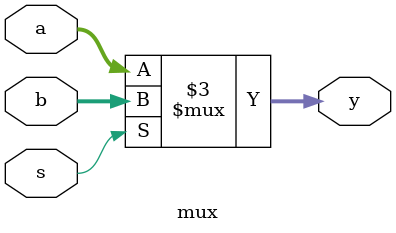
<source format=sv>
`timescale 1ns / 1ps


module mux 
# (
    parameter                   WIDTH = 8
)(
    input [WIDTH-1: 0]          a, b,
    input                       s,
    output reg [WIDTH-1: 0]     y
); 
always @(*) begin
    if (s)
        y = b;
    else
        y = a;
end
endmodule

</source>
